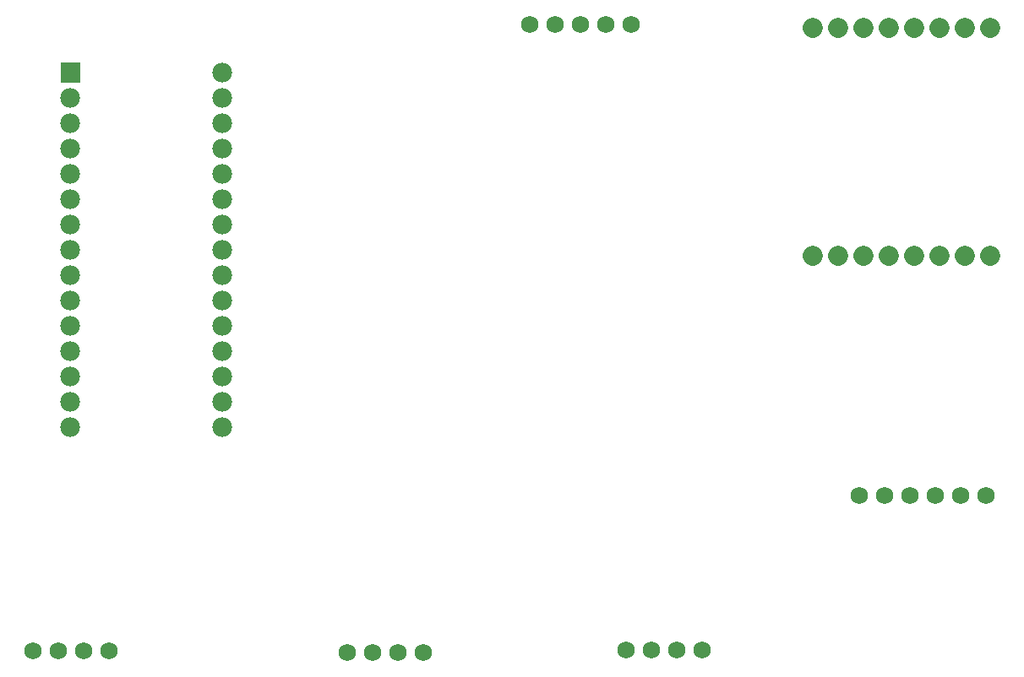
<source format=gts>
G04 Layer: TopSolderMaskLayer*
G04 EasyEDA v6.4.19.5, 2021-05-28T13:43:00+08:00*
G04 c9c1c6b03ce64626b502aac79231b020,ce7df3decd3943efa2da757d0dc3e78d,10*
G04 Gerber Generator version 0.2*
G04 Scale: 100 percent, Rotated: No, Reflected: No *
G04 Dimensions in millimeters *
G04 leading zeros omitted , absolute positions ,4 integer and 5 decimal *
%FSLAX45Y45*%
%MOMM*%

%ADD22C,2.0320*%
%ADD23C,2.0322*%
%ADD24C,1.7272*%
%ADD26C,1.9812*%

%LPD*%
D22*
X9105900Y-4483089D02*
G01*
X9105900Y-4483110D01*
X10883900Y-2197110D02*
G01*
X10883900Y-2197089D01*
X10629900Y-2197110D02*
G01*
X10629900Y-2197089D01*
X10375900Y-2197110D02*
G01*
X10375900Y-2197089D01*
X10121900Y-2197110D02*
G01*
X10121900Y-2197089D01*
X9867900Y-2197110D02*
G01*
X9867900Y-2197089D01*
X9613900Y-2197110D02*
G01*
X9613900Y-2197089D01*
X9359900Y-2197110D02*
G01*
X9359900Y-2197089D01*
X9105900Y-2197110D02*
G01*
X9105900Y-2197089D01*
X10883900Y-4483089D02*
G01*
X10883900Y-4483110D01*
D23*
X10629900Y-4483100D02*
G01*
X10629900Y-4483100D01*
X10375900Y-4483100D02*
G01*
X10375900Y-4483100D01*
D22*
X10121900Y-4483089D02*
G01*
X10121900Y-4483110D01*
X9867900Y-4483089D02*
G01*
X9867900Y-4483110D01*
X9613900Y-4483089D02*
G01*
X9613900Y-4483110D01*
X9359900Y-4483089D02*
G01*
X9359900Y-4483110D01*
D24*
G01*
X7239000Y-8432800D03*
G01*
X7493000Y-8432800D03*
G01*
X7747000Y-8432800D03*
G01*
X8001000Y-8432800D03*
G01*
X4445000Y-8458200D03*
G01*
X4699000Y-8458200D03*
G01*
X4953000Y-8458200D03*
G01*
X5207000Y-8458200D03*
G01*
X1295400Y-8445500D03*
G01*
X1549400Y-8445500D03*
G01*
X1803400Y-8445500D03*
G01*
X2057400Y-8445500D03*
G36*
X1572005Y-2741676D02*
G01*
X1572005Y-2543555D01*
X1770126Y-2543555D01*
X1770126Y-2741676D01*
G37*
D26*
G01*
X1671065Y-2896615D03*
G01*
X1671065Y-3150615D03*
G01*
X1671065Y-3404615D03*
G01*
X1671065Y-3658615D03*
G01*
X1671065Y-3912615D03*
G01*
X1671065Y-4166615D03*
G01*
X1671065Y-4420615D03*
G01*
X1671065Y-4674615D03*
G01*
X1671065Y-4928615D03*
G01*
X1671065Y-5182615D03*
G01*
X1671065Y-5436615D03*
G01*
X1671065Y-5690615D03*
G01*
X1671065Y-5944615D03*
G01*
X1671065Y-6198615D03*
G01*
X3195065Y-2642615D03*
G01*
X3195065Y-2896615D03*
G01*
X3195065Y-3150615D03*
G01*
X3195065Y-3404615D03*
G01*
X3195065Y-3658615D03*
G01*
X3195065Y-3912615D03*
G01*
X3195065Y-4166615D03*
G01*
X3195065Y-4420615D03*
G01*
X3195065Y-4674615D03*
G01*
X3195065Y-4928615D03*
G01*
X3195065Y-5182615D03*
G01*
X3195065Y-5436615D03*
G01*
X3195065Y-5690615D03*
G01*
X3195065Y-5944615D03*
G01*
X3195065Y-6198615D03*
D24*
G01*
X7289800Y-2159000D03*
G01*
X7035800Y-2159000D03*
G01*
X6781800Y-2159000D03*
G01*
X6527800Y-2159000D03*
G01*
X6273800Y-2159000D03*
G01*
X9575800Y-6883400D03*
G01*
X9829800Y-6883400D03*
G01*
X10083800Y-6883400D03*
G01*
X10337800Y-6883400D03*
G01*
X10591800Y-6883400D03*
G01*
X10845800Y-6883400D03*
M02*

</source>
